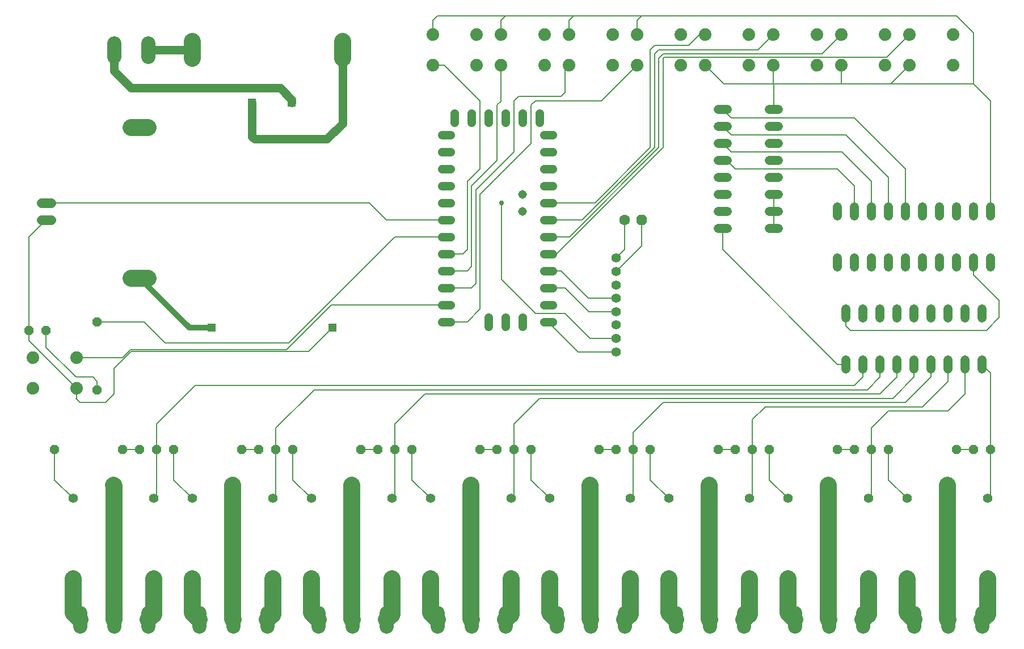
<source format=gbr>
G04 EAGLE Gerber RS-274X export*
G75*
%MOMM*%
%FSLAX34Y34*%
%LPD*%
%INBottom Copper*%
%IPPOS*%
%AMOC8*
5,1,8,0,0,1.08239X$1,22.5*%
G01*
%ADD10P,1.732040X8X22.500000*%
%ADD11C,1.600200*%
%ADD12C,1.879600*%
%ADD13C,2.540000*%
%ADD14C,1.320800*%
%ADD15P,1.429621X8X202.500000*%
%ADD16P,1.429621X8X22.500000*%
%ADD17P,1.429621X8X292.500000*%
%ADD18C,1.422400*%
%ADD19C,1.422400*%
%ADD20C,1.408000*%
%ADD21C,1.308000*%
%ADD22C,1.308000*%
%ADD23R,1.308000X1.308000*%
%ADD24C,2.095500*%
%ADD25C,0.152400*%
%ADD26C,0.812800*%
%ADD27C,1.270000*%
%ADD28C,0.756400*%


D10*
X965200Y673100D03*
D11*
X939800Y673100D03*
D12*
X121412Y421894D03*
X56388Y421894D03*
X121412Y467106D03*
X56388Y467106D03*
D13*
X293878Y914400D02*
X293878Y939800D01*
X518922Y939800D02*
X518922Y914400D01*
X228600Y585978D02*
X203200Y585978D01*
X203200Y811022D02*
X228600Y811022D01*
D14*
X1473200Y540004D02*
X1473200Y526796D01*
X1447800Y526796D02*
X1447800Y540004D01*
X1320800Y540004D02*
X1320800Y526796D01*
X1295400Y526796D02*
X1295400Y540004D01*
X1422400Y540004D02*
X1422400Y526796D01*
X1397000Y526796D02*
X1397000Y540004D01*
X1346200Y540004D02*
X1346200Y526796D01*
X1371600Y526796D02*
X1371600Y540004D01*
X1270000Y540004D02*
X1270000Y526796D01*
X1270000Y463804D02*
X1270000Y450596D01*
X1295400Y450596D02*
X1295400Y463804D01*
X1320800Y463804D02*
X1320800Y450596D01*
X1346200Y450596D02*
X1346200Y463804D01*
X1371600Y463804D02*
X1371600Y450596D01*
X1397000Y450596D02*
X1397000Y463804D01*
X1422400Y463804D02*
X1422400Y450596D01*
X1447800Y450596D02*
X1447800Y463804D01*
X1473200Y463804D02*
X1473200Y450596D01*
D15*
X1485900Y330200D03*
X1460500Y330200D03*
X1308100Y330200D03*
X1282700Y330200D03*
X1130300Y330200D03*
X1104900Y330200D03*
X952500Y330200D03*
X927100Y330200D03*
D16*
X50800Y508000D03*
X76200Y508000D03*
D15*
X774700Y330200D03*
X749300Y330200D03*
X596900Y330200D03*
X571500Y330200D03*
X419100Y330200D03*
X393700Y330200D03*
X241300Y330200D03*
X215900Y330200D03*
X1435100Y330200D03*
X1333500Y330200D03*
X1257300Y330200D03*
X1155700Y330200D03*
X1079500Y330200D03*
X977900Y330200D03*
X901700Y330200D03*
X800100Y330200D03*
D17*
X152400Y520700D03*
X152400Y419100D03*
D15*
X723900Y330200D03*
X622300Y330200D03*
X546100Y330200D03*
X444500Y330200D03*
X368300Y330200D03*
X266700Y330200D03*
X190500Y330200D03*
X88900Y330200D03*
D12*
X653288Y949706D03*
X718312Y949706D03*
X653288Y904494D03*
X718312Y904494D03*
X754888Y949706D03*
X819912Y949706D03*
X754888Y904494D03*
X819912Y904494D03*
X856488Y949706D03*
X921512Y949706D03*
X856488Y904494D03*
X921512Y904494D03*
X958088Y949706D03*
X1023112Y949706D03*
X958088Y904494D03*
X1023112Y904494D03*
X1059688Y949706D03*
X1124712Y949706D03*
X1059688Y904494D03*
X1124712Y904494D03*
X1161288Y949706D03*
X1226312Y949706D03*
X1161288Y904494D03*
X1226312Y904494D03*
X1262888Y949706D03*
X1327912Y949706D03*
X1262888Y904494D03*
X1327912Y904494D03*
X1364488Y949706D03*
X1429512Y949706D03*
X1364488Y904494D03*
X1429512Y904494D03*
D18*
X83312Y673100D02*
X69088Y673100D01*
X69088Y698500D02*
X83312Y698500D01*
D19*
X927100Y616100D03*
X927100Y596100D03*
X927100Y576100D03*
X927100Y556100D03*
X927100Y536100D03*
X927100Y516100D03*
X927100Y496100D03*
X927100Y476100D03*
D20*
X294400Y137100D03*
X414400Y257100D03*
X354400Y277100D03*
X414400Y137100D03*
X294400Y257100D03*
X116600Y137100D03*
X236600Y257100D03*
X176600Y277100D03*
X236600Y137100D03*
X116600Y257100D03*
D14*
X1155446Y660400D02*
X1168654Y660400D01*
X1168654Y685800D02*
X1155446Y685800D01*
X1155446Y812800D02*
X1168654Y812800D01*
X1168654Y838200D02*
X1155446Y838200D01*
X1155446Y711200D02*
X1168654Y711200D01*
X1168654Y736600D02*
X1155446Y736600D01*
X1155446Y787400D02*
X1168654Y787400D01*
X1168654Y762000D02*
X1155446Y762000D01*
X1092454Y838200D02*
X1079246Y838200D01*
X1079246Y812800D02*
X1092454Y812800D01*
X1092454Y787400D02*
X1079246Y787400D01*
X1079246Y762000D02*
X1092454Y762000D01*
X1092454Y736600D02*
X1079246Y736600D01*
X1079246Y711200D02*
X1092454Y711200D01*
X1092454Y685800D02*
X1079246Y685800D01*
X1079246Y660400D02*
X1092454Y660400D01*
D21*
X685800Y818960D02*
X685800Y832040D01*
X711200Y832040D02*
X711200Y818960D01*
X736600Y818960D02*
X736600Y832040D01*
X762000Y832040D02*
X762000Y818960D01*
X787400Y818960D02*
X787400Y832040D01*
X812800Y832040D02*
X812800Y818960D01*
X679640Y800100D02*
X666560Y800100D01*
X666560Y774700D02*
X679640Y774700D01*
X679640Y749300D02*
X666560Y749300D01*
X666560Y723900D02*
X679640Y723900D01*
X679640Y698500D02*
X666560Y698500D01*
X666560Y673100D02*
X679640Y673100D01*
X679640Y647700D02*
X666560Y647700D01*
X666560Y622300D02*
X679640Y622300D01*
X679640Y596900D02*
X666560Y596900D01*
X666560Y571500D02*
X679640Y571500D01*
X679640Y546100D02*
X666560Y546100D01*
X666560Y520700D02*
X679640Y520700D01*
X818960Y800100D02*
X832040Y800100D01*
X832040Y774700D02*
X818960Y774700D01*
X818960Y749300D02*
X832040Y749300D01*
X832040Y723900D02*
X818960Y723900D01*
X818960Y698500D02*
X832040Y698500D01*
X832040Y673100D02*
X818960Y673100D01*
X818960Y647700D02*
X832040Y647700D01*
X832040Y622300D02*
X818960Y622300D01*
X818960Y596900D02*
X832040Y596900D01*
X832040Y571500D02*
X818960Y571500D01*
X818960Y546100D02*
X832040Y546100D01*
X832040Y520700D02*
X818960Y520700D01*
X787400Y527240D02*
X787400Y514160D01*
X762000Y514160D02*
X762000Y527240D01*
X736600Y527240D02*
X736600Y514160D01*
D22*
X787400Y711200D03*
X787400Y685800D03*
D23*
X383450Y847950D03*
X442450Y847950D03*
X503450Y511950D03*
X323450Y511950D03*
D20*
X1361200Y137100D03*
X1481200Y257100D03*
X1421200Y277100D03*
X1481200Y137100D03*
X1361200Y257100D03*
X1183400Y137100D03*
X1303400Y257100D03*
X1243400Y277100D03*
X1303400Y137100D03*
X1183400Y257100D03*
X1005600Y137100D03*
X1125600Y257100D03*
X1065600Y277100D03*
X1125600Y137100D03*
X1005600Y257100D03*
X827800Y137100D03*
X947800Y257100D03*
X887800Y277100D03*
X947800Y137100D03*
X827800Y257100D03*
X650000Y137100D03*
X770000Y257100D03*
X710000Y277100D03*
X770000Y137100D03*
X650000Y257100D03*
X472200Y137100D03*
X592200Y257100D03*
X532200Y277100D03*
X592200Y137100D03*
X472200Y257100D03*
D24*
X228600Y916623D02*
X228600Y937578D01*
X177800Y937578D02*
X177800Y916623D01*
X1371600Y86678D02*
X1371600Y65723D01*
X1422400Y65723D02*
X1422400Y86678D01*
X1473200Y86678D02*
X1473200Y65723D01*
X1193800Y65723D02*
X1193800Y86678D01*
X1244600Y86678D02*
X1244600Y65723D01*
X1295400Y65723D02*
X1295400Y86678D01*
X1016000Y86678D02*
X1016000Y65723D01*
X1066800Y65723D02*
X1066800Y86678D01*
X1117600Y86678D02*
X1117600Y65723D01*
X838200Y65723D02*
X838200Y86678D01*
X889000Y86678D02*
X889000Y65723D01*
X939800Y65723D02*
X939800Y86678D01*
X660400Y86678D02*
X660400Y65723D01*
X711200Y65723D02*
X711200Y86678D01*
X762000Y86678D02*
X762000Y65723D01*
X482600Y65723D02*
X482600Y86678D01*
X533400Y86678D02*
X533400Y65723D01*
X584200Y65723D02*
X584200Y86678D01*
X304800Y86678D02*
X304800Y65723D01*
X355600Y65723D02*
X355600Y86678D01*
X406400Y86678D02*
X406400Y65723D01*
X127000Y65723D02*
X127000Y86678D01*
X177800Y86678D02*
X177800Y65723D01*
X228600Y65723D02*
X228600Y86678D01*
D14*
X1485900Y679196D02*
X1485900Y692404D01*
X1460500Y692404D02*
X1460500Y679196D01*
X1333500Y679196D02*
X1333500Y692404D01*
X1308100Y692404D02*
X1308100Y679196D01*
X1435100Y679196D02*
X1435100Y692404D01*
X1409700Y692404D02*
X1409700Y679196D01*
X1358900Y679196D02*
X1358900Y692404D01*
X1384300Y692404D02*
X1384300Y679196D01*
X1282700Y679196D02*
X1282700Y692404D01*
X1257300Y692404D02*
X1257300Y679196D01*
X1257300Y616204D02*
X1257300Y602996D01*
X1282700Y602996D02*
X1282700Y616204D01*
X1308100Y616204D02*
X1308100Y602996D01*
X1333500Y602996D02*
X1333500Y616204D01*
X1358900Y616204D02*
X1358900Y602996D01*
X1384300Y602996D02*
X1384300Y616204D01*
X1409700Y616204D02*
X1409700Y602996D01*
X1435100Y602996D02*
X1435100Y616204D01*
X1460500Y616204D02*
X1460500Y602996D01*
X1485900Y602996D02*
X1485900Y616204D01*
D25*
X653288Y949706D02*
X653288Y970788D01*
X660400Y977900D01*
X762000Y977900D01*
X863600Y977900D01*
X965200Y977900D01*
X1435100Y977900D01*
X1460500Y952500D01*
X1460500Y876300D01*
X754888Y949706D02*
X754888Y970788D01*
X762000Y977900D01*
X856488Y970788D02*
X856488Y949706D01*
X856488Y970788D02*
X863600Y977900D01*
X958088Y970788D02*
X958088Y949706D01*
X958088Y970788D02*
X965200Y977900D01*
X1059688Y904494D02*
X1087882Y876300D01*
X1336294Y876300D02*
X1364488Y904494D01*
X1162050Y876300D02*
X1087882Y876300D01*
X1162050Y876300D02*
X1263650Y876300D01*
X1336294Y876300D01*
X1161288Y877062D02*
X1161288Y904494D01*
X1161288Y877062D02*
X1162050Y876300D01*
X1262888Y877062D02*
X1262888Y904494D01*
X1262888Y877062D02*
X1263650Y876300D01*
X1336294Y876300D02*
X1460500Y876300D01*
X50800Y647700D02*
X50800Y508000D01*
X50800Y647700D02*
X76200Y673100D01*
X50800Y508000D02*
X50800Y492506D01*
X121412Y421894D01*
X467750Y476250D02*
X503450Y511950D01*
X467750Y476250D02*
X203200Y476250D01*
X177800Y450850D01*
X177800Y412750D01*
X165100Y400050D01*
X127000Y400050D02*
X120650Y406400D01*
X121412Y407162D01*
X121412Y421894D01*
X127000Y400050D02*
X165100Y400050D01*
X1485900Y685800D02*
X1485900Y850900D01*
X1460500Y876300D01*
X1162050Y685800D02*
X1162050Y660400D01*
X1162050Y685800D02*
X1162050Y711200D01*
X1162050Y838200D02*
X1162050Y876300D01*
X1270000Y533400D02*
X1270000Y514350D01*
X1276350Y508000D01*
X1479550Y508000D01*
X1498600Y527050D01*
X1498600Y552450D02*
X1460500Y590550D01*
X1460500Y609600D01*
X1498600Y552450D02*
X1498600Y527050D01*
X965200Y634200D02*
X927100Y596100D01*
X965200Y634200D02*
X965200Y673100D01*
X670306Y904494D02*
X653288Y904494D01*
X670306Y904494D02*
X723900Y850900D01*
X723900Y749300D01*
X704850Y730250D01*
X704850Y628650D01*
X698500Y622300D01*
X673100Y622300D01*
X754888Y850138D02*
X754888Y904494D01*
X754888Y850138D02*
X749300Y844550D01*
X749300Y762000D01*
X711200Y723900D01*
X711200Y603250D01*
X704850Y596900D01*
X673100Y596900D01*
X850900Y898906D02*
X856488Y904494D01*
X850900Y898906D02*
X850900Y863600D01*
X844550Y857250D01*
X781050Y857250D01*
X774700Y850900D01*
X774700Y774700D02*
X717550Y717550D01*
X717550Y577850D01*
X711200Y571500D01*
X673100Y571500D01*
X774700Y774700D02*
X774700Y850900D01*
X904494Y850900D02*
X958088Y904494D01*
X904494Y850900D02*
X806450Y850900D01*
X800100Y844550D01*
X800100Y787400D01*
X723900Y711200D01*
X723900Y539750D02*
X704850Y520700D01*
X673100Y520700D01*
X723900Y539750D02*
X723900Y711200D01*
X189745Y467106D02*
X121412Y467106D01*
X189745Y467106D02*
X201937Y479298D01*
X434848Y479298D01*
X501650Y546100D02*
X673100Y546100D01*
X501650Y546100D02*
X434848Y479298D01*
X222250Y520700D02*
X152400Y520700D01*
X222250Y520700D02*
X254000Y488950D01*
X438150Y488950D01*
X596900Y647700D01*
X673100Y647700D01*
X76200Y508000D02*
X76200Y482600D01*
X120650Y438150D02*
X146050Y438150D01*
X152400Y431800D01*
X152400Y419100D01*
X120650Y438150D02*
X76200Y482600D01*
D26*
X215900Y585978D02*
X289928Y511950D01*
X323450Y511950D01*
D27*
X518922Y817372D02*
X518922Y927100D01*
X518922Y817372D02*
X495300Y793750D01*
X387350Y793750D01*
X383450Y797650D01*
X383450Y847950D01*
D25*
X88900Y330200D02*
X88900Y284800D01*
X116600Y257100D01*
X266700Y284800D02*
X266700Y330200D01*
X266700Y284800D02*
X294400Y257100D01*
X444500Y284800D02*
X444500Y330200D01*
X444500Y284800D02*
X472200Y257100D01*
X622300Y284800D02*
X622300Y330200D01*
X622300Y284800D02*
X650000Y257100D01*
X800100Y284800D02*
X800100Y330200D01*
X800100Y284800D02*
X827800Y257100D01*
X977900Y284800D02*
X977900Y330200D01*
X977900Y284800D02*
X1005600Y257100D01*
X1155700Y284800D02*
X1155700Y330200D01*
X1155700Y284800D02*
X1183400Y257100D01*
X1333500Y284800D02*
X1333500Y330200D01*
X1333500Y284800D02*
X1361200Y257100D01*
X1270000Y457200D02*
X1257300Y457200D01*
X1085850Y628650D02*
X1085850Y660400D01*
X1085850Y628650D02*
X1257300Y457200D01*
X927100Y496100D02*
X888200Y496100D01*
X850900Y533400D02*
X806450Y533400D01*
X755650Y584200D01*
X755650Y698500D01*
D28*
X755650Y698500D03*
D25*
X850900Y533400D02*
X888200Y496100D01*
X870100Y476100D02*
X825500Y520700D01*
X870100Y476100D02*
X927100Y476100D01*
X850900Y571500D02*
X825500Y571500D01*
X850900Y571500D02*
X886300Y536100D01*
X927100Y536100D01*
X844550Y596900D02*
X825500Y596900D01*
X844550Y596900D02*
X885350Y556100D01*
X927100Y556100D01*
D27*
X293878Y927100D02*
X228600Y927100D01*
X177800Y927100D02*
X177800Y895350D01*
X203200Y869950D01*
X442450Y852950D02*
X442450Y847950D01*
X442450Y852950D02*
X425450Y869950D01*
X203200Y869950D01*
D25*
X76200Y698500D02*
X558800Y698500D01*
X584200Y673100D01*
X673100Y673100D01*
D13*
X887800Y277100D02*
X887800Y77400D01*
X889000Y76200D01*
X1065600Y77400D02*
X1065600Y277100D01*
X1065600Y77400D02*
X1066800Y76200D01*
X1243400Y77400D02*
X1243400Y277100D01*
X1243400Y77400D02*
X1244600Y76200D01*
X1421200Y77400D02*
X1421200Y277100D01*
X1421200Y77400D02*
X1422400Y76200D01*
D25*
X1481200Y257100D02*
X1485900Y261800D01*
X1485900Y330200D01*
X1485900Y444500D01*
X1473200Y457200D01*
X1308100Y261800D02*
X1303400Y257100D01*
X1308100Y261800D02*
X1308100Y330200D01*
X1308100Y361950D01*
X1333500Y387350D01*
X1422400Y387350D01*
X1447800Y412750D01*
X1447800Y457200D01*
X1130300Y261800D02*
X1125600Y257100D01*
X1130300Y261800D02*
X1130300Y330200D01*
X1130300Y374650D01*
X1149350Y393700D01*
X1384300Y393700D02*
X1422400Y431800D01*
X1422400Y457200D01*
X1384300Y393700D02*
X1149350Y393700D01*
X952500Y261800D02*
X947800Y257100D01*
X952500Y261800D02*
X952500Y330200D01*
X952500Y355600D01*
X996950Y400050D01*
X1358900Y400050D01*
X1397000Y438150D01*
X1397000Y457200D01*
D13*
X1005600Y137100D02*
X1005600Y86600D01*
X1016000Y76200D01*
X1125600Y84200D02*
X1125600Y137100D01*
X1125600Y84200D02*
X1117600Y76200D01*
X827800Y86600D02*
X827800Y137100D01*
X827800Y86600D02*
X838200Y76200D01*
X947800Y84200D02*
X947800Y137100D01*
X947800Y84200D02*
X939800Y76200D01*
X1303400Y84200D02*
X1303400Y137100D01*
X1303400Y84200D02*
X1295400Y76200D01*
X1183400Y86600D02*
X1183400Y137100D01*
X1183400Y86600D02*
X1193800Y76200D01*
X1481200Y84200D02*
X1481200Y137100D01*
X1481200Y84200D02*
X1473200Y76200D01*
X1361200Y86600D02*
X1361200Y137100D01*
X1361200Y86600D02*
X1371600Y76200D01*
X177800Y275900D02*
X176600Y277100D01*
X177800Y275900D02*
X177800Y76200D01*
X354400Y77400D02*
X354400Y277100D01*
X354400Y77400D02*
X355600Y76200D01*
X532200Y77400D02*
X532200Y277100D01*
X532200Y77400D02*
X533400Y76200D01*
X710000Y77400D02*
X710000Y277100D01*
X710000Y77400D02*
X711200Y76200D01*
X294400Y86600D02*
X294400Y137100D01*
X294400Y86600D02*
X304800Y76200D01*
X414400Y84200D02*
X414400Y137100D01*
X414400Y84200D02*
X406400Y76200D01*
X116600Y86600D02*
X116600Y137100D01*
X116600Y86600D02*
X127000Y76200D01*
X236600Y84200D02*
X236600Y137100D01*
X236600Y84200D02*
X228600Y76200D01*
X592200Y84200D02*
X592200Y137100D01*
X592200Y84200D02*
X584200Y76200D01*
X472200Y86600D02*
X472200Y137100D01*
X472200Y86600D02*
X482600Y76200D01*
X770000Y84200D02*
X770000Y137100D01*
X770000Y84200D02*
X762000Y76200D01*
X650000Y86600D02*
X650000Y137100D01*
X650000Y86600D02*
X660400Y76200D01*
D25*
X770000Y257100D02*
X774700Y261800D01*
X774700Y330200D01*
X774700Y368300D01*
X812800Y406400D01*
X1339850Y406400D01*
X1371600Y438150D01*
X1371600Y457200D01*
X596900Y261800D02*
X592200Y257100D01*
X596900Y261800D02*
X596900Y330200D01*
X596900Y368300D01*
X641350Y412750D01*
X1320800Y412750D01*
X1346200Y438150D01*
X1346200Y457200D01*
X419100Y261800D02*
X414400Y257100D01*
X419100Y261800D02*
X419100Y330200D01*
X419100Y361950D01*
X476250Y419100D02*
X1301750Y419100D01*
X1320800Y438150D01*
X1320800Y457200D01*
X476250Y419100D02*
X419100Y361950D01*
X241300Y261800D02*
X236600Y257100D01*
X241300Y261800D02*
X241300Y330200D01*
X241300Y368300D01*
X1282700Y425450D02*
X1295400Y438150D01*
X1295400Y457200D01*
X298450Y425450D02*
X241300Y368300D01*
X298450Y425450D02*
X1282700Y425450D01*
X1435100Y330200D02*
X1460500Y330200D01*
X1282700Y330200D02*
X1257300Y330200D01*
X1104900Y330200D02*
X1079500Y330200D01*
X927100Y330200D02*
X901700Y330200D01*
X749300Y330200D02*
X723900Y330200D01*
X571500Y330200D02*
X546100Y330200D01*
X393700Y330200D02*
X368300Y330200D01*
X215900Y330200D02*
X190500Y330200D01*
X781050Y711200D02*
X787400Y711200D01*
X1051306Y949706D02*
X1059688Y949706D01*
X1051306Y949706D02*
X1035050Y933450D01*
X984250Y933450D01*
X977900Y927100D01*
X977900Y781050D02*
X895350Y698500D01*
X977900Y781050D02*
X977900Y927100D01*
X895350Y698500D02*
X825500Y698500D01*
X1138682Y927100D02*
X1161288Y949706D01*
X1138682Y927100D02*
X990600Y927100D01*
X984250Y920750D01*
X984250Y781050D01*
X876300Y673100D01*
X825500Y673100D01*
X1233932Y920750D02*
X1262888Y949706D01*
X1233932Y920750D02*
X996950Y920750D01*
X990600Y914400D01*
X990600Y781050D01*
X857250Y647700D01*
X825500Y647700D01*
X1330960Y916178D02*
X1364488Y949706D01*
X998728Y916178D02*
X996950Y914400D01*
X996950Y781050D01*
X838200Y622300D01*
X825500Y622300D01*
X998728Y916178D02*
X1330960Y916178D01*
X939800Y628800D02*
X927100Y616100D01*
X939800Y628800D02*
X939800Y673100D01*
X1098550Y825500D02*
X1085850Y838200D01*
X1358900Y749300D02*
X1358900Y685800D01*
X1282700Y825500D02*
X1098550Y825500D01*
X1282700Y825500D02*
X1358900Y749300D01*
X1098550Y800100D02*
X1085850Y812800D01*
X1098550Y800100D02*
X1270000Y800100D01*
X1333500Y736600D01*
X1333500Y685800D01*
X1098550Y774700D02*
X1085850Y787400D01*
X1263650Y774700D02*
X1308100Y730250D01*
X1308100Y685800D01*
X1263650Y774700D02*
X1098550Y774700D01*
X1092200Y762000D02*
X1085850Y762000D01*
X1092200Y762000D02*
X1104900Y749300D01*
X1257300Y749300D01*
X1282700Y723900D01*
X1282700Y685800D01*
M02*

</source>
